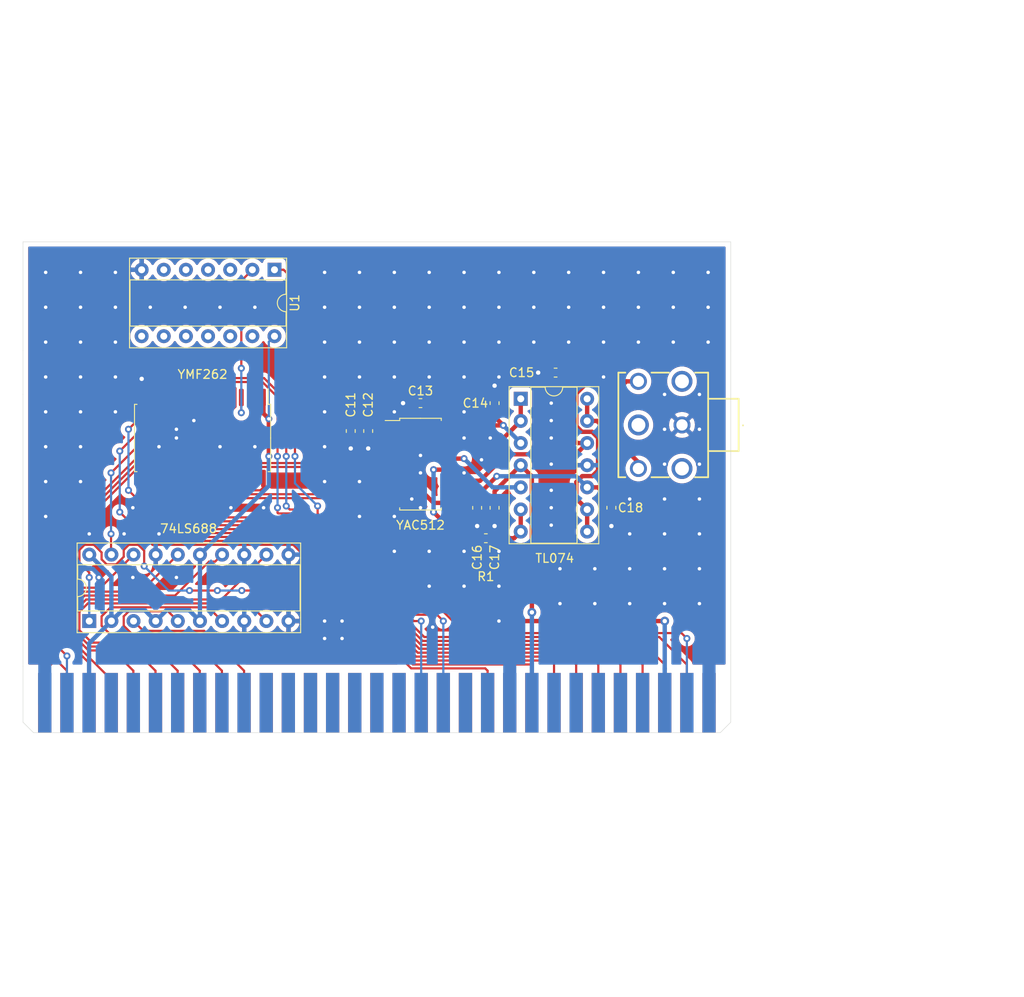
<source format=kicad_pcb>
(kicad_pcb (version 20171130) (host pcbnew "(5.1.5)-3")
  (layers (0 F.Cu signal) (31 B.Cu signal) (34 B.Paste user) (35 F.Paste user) (36 B.SilkS user) (37 F.SilkS user) (38 B.Mask user) (39 F.Mask user) (44 Edge.Cuts user))
  (net 0 "")
  (net 1 A0)
  (net 2 A1)
  (net 3 A2)
  (net 4 A3)
  (net 5 A4)
  (net 6 A5)
  (net 7 A6)
  (net 8 A7)
  (net 9 D0)
  (net 10 D1)
  (net 11 D2)
  (net 12 D3)
  (net 13 D4)
  (net 14 D5)
  (net 15 D6)
  (net 16 D7)
  (net 17 GND)
  (net 18 VCC)
  (net 19 ~IOR)
  (net 20 ~IOW)
  (net 21 OSC)
  (net 22 A8)
  (net 23 A9)
  (net 24 ~CS)
  (net 25 DACCLK)
  (net 26 DOAB)
  (net 27 SMPAC)
  (net 28 SMPBD)
  (net 29 CH2)
  (net 30 CH1)
  (net 31 VP)
  (net 32 CV)
  (net 33 AOUT)
  (net 34 MP)
  (net 35 SWIN)
  (net 36 OUT4)
  (net 37 OUT3)
  (net 38 OUT2)
  (net 39 RESET)
  (net 40 AEN)
  (net 41 NRESET)
  (module Package_DIP:DIP-14_W7.62mm_Socket (layer F.Cu) (at 128.25 70.7 270)
    (fp_text reference U1 (at 3.81 -2.33 90) (layer F.SilkS))
    (fp_text value 74LS04)
    (pad 14 thru_hole oval (at 7.62 0 270) (size 1.6 1.6) (drill 0.8) (layers *.Cu *.Mask) (net 18 VCC))
    (pad 7 thru_hole oval (at 0 15.24 270) (size 1.6 1.6) (drill 0.8) (layers *.Cu *.Mask) (net 17 GND))
    (pad 13 thru_hole oval (at 7.62 2.54 270) (size 1.6 1.6) (drill 0.8) (layers *.Cu *.Mask))
    (pad 6 thru_hole oval (at 0 12.7 270) (size 1.6 1.6) (drill 0.8) (layers *.Cu *.Mask))
    (pad 12 thru_hole oval (at 7.62 5.08 270) (size 1.6 1.6) (drill 0.8) (layers *.Cu *.Mask))
    (pad 5 thru_hole oval (at 0 10.16 270) (size 1.6 1.6) (drill 0.8) (layers *.Cu *.Mask))
    (pad 11 thru_hole oval (at 7.62 7.62 270) (size 1.6 1.6) (drill 0.8) (layers *.Cu *.Mask))
    (pad 4 thru_hole oval (at 0 7.62 270) (size 1.6 1.6) (drill 0.8) (layers *.Cu *.Mask))
    (pad 10 thru_hole oval (at 7.62 10.16 270) (size 1.6 1.6) (drill 0.8) (layers *.Cu *.Mask))
    (pad 3 thru_hole oval (at 0 5.08 270) (size 1.6 1.6) (drill 0.8) (layers *.Cu *.Mask))
    (pad 9 thru_hole oval (at 7.62 12.7 270) (size 1.6 1.6) (drill 0.8) (layers *.Cu *.Mask))
    (pad 2 thru_hole oval (at 0 2.54 270) (size 1.6 1.6) (drill 0.8) (layers *.Cu *.Mask) (net 41 NRESET))
    (pad 8 thru_hole oval (at 7.62 15.24 270) (size 1.6 1.6) (drill 0.8) (layers *.Cu *.Mask))
    (pad 1 thru_hole rect (at 0 0 270) (size 1.6 1.6) (drill 0.8) (layers *.Cu *.Mask) (net 39 RESET))
  )
  (module Package_DIP:DIP-20_W7.62mm_Socket (layer F.Cu) (at 107 111 90)
    (fp_text reference 74LS688 (at 10.6 11.4 180) (layer F.SilkS))
    (fp_text value 74LS688)
    (pad 20 thru_hole oval (at 7.62 0 90) (size 1.6 1.6) (drill 0.8) (layers *.Cu *.Mask) (net 18 VCC))
    (pad 10 thru_hole oval (at 0 22.86 90) (size 1.6 1.6) (drill 0.8) (layers *.Cu *.Mask) (net 17 GND))
    (pad 19 thru_hole oval (at 7.62 2.54 90) (size 1.6 1.6) (drill 0.8) (layers *.Cu *.Mask) (net 24 ~CS))
    (pad 9 thru_hole oval (at 0 20.32 90) (size 1.6 1.6) (drill 0.8) (layers *.Cu *.Mask) (net 7 A6))
    (pad 18 thru_hole oval (at 7.62 5.08 90) (size 1.6 1.6) (drill 0.8) (layers *.Cu *.Mask) (net 3 A2))
    (pad 8 thru_hole oval (at 0 17.78 90) (size 1.6 1.6) (drill 0.8) (layers *.Cu *.Mask) (net 17 GND))
    (pad 17 thru_hole oval (at 7.62 7.62 90) (size 1.6 1.6) (drill 0.8) (layers *.Cu *.Mask) (net 17 GND))
    (pad 7 thru_hole oval (at 0 15.24 90) (size 1.6 1.6) (drill 0.8) (layers *.Cu *.Mask) (net 8 A7))
    (pad 16 thru_hole oval (at 7.62 10.16 90) (size 1.6 1.6) (drill 0.8) (layers *.Cu *.Mask) (net 4 A3))
    (pad 6 thru_hole oval (at 0 12.7 90) (size 1.6 1.6) (drill 0.8) (layers *.Cu *.Mask) (net 18 VCC))
    (pad 15 thru_hole oval (at 7.62 12.7 90) (size 1.6 1.6) (drill 0.8) (layers *.Cu *.Mask) (net 18 VCC))
    (pad 5 thru_hole oval (at 0 10.16 90) (size 1.6 1.6) (drill 0.8) (layers *.Cu *.Mask) (net 22 A8))
    (pad 14 thru_hole oval (at 7.62 15.24 90) (size 1.6 1.6) (drill 0.8) (layers *.Cu *.Mask) (net 5 A4))
    (pad 4 thru_hole oval (at 0 7.62 90) (size 1.6 1.6) (drill 0.8) (layers *.Cu *.Mask) (net 18 VCC))
    (pad 13 thru_hole oval (at 7.62 17.78 90) (size 1.6 1.6) (drill 0.8) (layers *.Cu *.Mask) (net 17 GND))
    (pad 3 thru_hole oval (at 0 5.08 90) (size 1.6 1.6) (drill 0.8) (layers *.Cu *.Mask) (net 23 A9))
    (pad 12 thru_hole oval (at 7.62 20.32 90) (size 1.6 1.6) (drill 0.8) (layers *.Cu *.Mask) (net 6 A5))
    (pad 2 thru_hole oval (at 0 2.54 90) (size 1.6 1.6) (drill 0.8) (layers *.Cu *.Mask) (net 18 VCC))
    (pad 11 thru_hole oval (at 7.62 22.86 90) (size 1.6 1.6) (drill 0.8) (layers *.Cu *.Mask) (net 17 GND))
    (pad 1 thru_hole rect (at 0 0 90) (size 1.6 1.6) (drill 0.8) (layers *.Cu *.Mask) (net 40 AEN))
  )
  (module SamacSys_Parts:STX31003N (layer F.Cu) (at 175 88.5 180)
    (fp_text reference J3 hide)
    (fp_text value Conn_02x03_Counter_Clockwise hide)
    (pad MH3 thru_hole circle (at 5 0 180) (size 2.4 2.4) (drill 1.6) (layers *.Cu *.Mask))
    (pad MH2 thru_hole circle (at 0 5 180) (size 2.4 2.4) (drill 1.6) (layers *.Cu *.Mask))
    (pad MH1 thru_hole circle (at 0 -5 180) (size 2.4 2.4) (drill 1.6) (layers *.Cu *.Mask))
    (pad 5 thru_hole circle (at 5 -5 180) (size 1.95 1.95) (drill 1.3) (layers *.Cu *.Mask) (net 36 OUT4))
    (pad 2 thru_hole circle (at 5 5 180) (size 1.95 1.95) (drill 1.3) (layers *.Cu *.Mask) (net 37 OUT3))
    (pad 1 thru_hole circle (at 0 0 180) (size 1.95 1.95) (drill 1.3) (layers *.Cu *.Mask) (net 17 GND))
  )
  (module Package_DIP:DIP-14_W7.62mm_Socket (layer F.Cu) (at 156.5 85.5)
    (fp_text reference TL074 (at 3.9 18.3) (layer F.SilkS))
    (fp_text value Conn_02x07_Counter_Clockwise)
    (pad 14 thru_hole oval (at 7.62 0) (size 1.6 1.6) (drill 0.8) (layers *.Cu *.Mask) (net 36 OUT4))
    (pad 7 thru_hole oval (at 0 15.24) (size 1.6 1.6) (drill 0.8) (layers *.Cu *.Mask) (net 38 OUT2))
    (pad 13 thru_hole oval (at 7.62 2.54) (size 1.6 1.6) (drill 0.8) (layers *.Cu *.Mask) (net 36 OUT4))
    (pad 6 thru_hole oval (at 0 12.7) (size 1.6 1.6) (drill 0.8) (layers *.Cu *.Mask) (net 38 OUT2))
    (pad 12 thru_hole oval (at 7.62 5.08) (size 1.6 1.6) (drill 0.8) (layers *.Cu *.Mask) (net 29 CH2))
    (pad 5 thru_hole oval (at 0 10.16) (size 1.6 1.6) (drill 0.8) (layers *.Cu *.Mask) (net 33 AOUT))
    (pad 11 thru_hole oval (at 7.62 7.62) (size 1.6 1.6) (drill 0.8) (layers *.Cu *.Mask) (net 17 GND))
    (pad 4 thru_hole oval (at 0 7.62) (size 1.6 1.6) (drill 0.8) (layers *.Cu *.Mask) (net 31 VP))
    (pad 10 thru_hole oval (at 7.62 10.16) (size 1.6 1.6) (drill 0.8) (layers *.Cu *.Mask) (net 30 CH1))
    (pad 3 thru_hole oval (at 0 5.08) (size 1.6 1.6) (drill 0.8) (layers *.Cu *.Mask) (net 32 CV))
    (pad 9 thru_hole oval (at 7.62 12.7) (size 1.6 1.6) (drill 0.8) (layers *.Cu *.Mask) (net 37 OUT3))
    (pad 2 thru_hole oval (at 0 2.54) (size 1.6 1.6) (drill 0.8) (layers *.Cu *.Mask) (net 34 MP))
    (pad 8 thru_hole oval (at 7.62 15.24) (size 1.6 1.6) (drill 0.8) (layers *.Cu *.Mask) (net 37 OUT3))
    (pad 1 thru_hole rect (at 0 0) (size 1.6 1.6) (drill 0.8) (layers *.Cu *.Mask) (net 34 MP))
  )
  (module Package_SO:SOP-24_7.5x15.4mm_P1.27mm (layer F.Cu) (at 120 90 270)
    (fp_text reference YMF262 (at -7.3 0 180) (layer F.SilkS))
    (fp_text value Conn_02x12_Counter_Clockwise)
    (pad 24 smd roundrect (at 4.65 -6.985 270) (size 2 0.55) (layers F.Cu F.Paste F.Mask) (net 21 OSC))
    (pad 23 smd roundrect (at 4.65 -5.715 270) (size 2 0.55) (layers F.Cu F.Paste F.Mask) (net 25 DACCLK))
    (pad 22 smd roundrect (at 4.65 -4.445 270) (size 2 0.55) (layers F.Cu F.Paste F.Mask))
    (pad 21 smd roundrect (at 4.65 -3.175 270) (size 2 0.55) (layers F.Cu F.Paste F.Mask) (net 26 DOAB))
    (pad 20 smd roundrect (at 4.65 -1.905 270) (size 2 0.55) (layers F.Cu F.Paste F.Mask) (net 27 SMPAC))
    (pad 19 smd roundrect (at 4.65 -0.635 270) (size 2 0.55) (layers F.Cu F.Paste F.Mask) (net 28 SMPBD))
    (pad 18 smd roundrect (at 4.65 0.635 270) (size 2 0.55) (layers F.Cu F.Paste F.Mask) (net 16 D7))
    (pad 17 smd roundrect (at 4.65 1.905 270) (size 2 0.55) (layers F.Cu F.Paste F.Mask) (net 15 D6))
    (pad 16 smd roundrect (at 4.65 3.175 270) (size 2 0.55) (layers F.Cu F.Paste F.Mask) (net 14 D5))
    (pad 15 smd roundrect (at 4.65 4.445 270) (size 2 0.55) (layers F.Cu F.Paste F.Mask) (net 13 D4))
    (pad 14 smd roundrect (at 4.65 5.715 270) (size 2 0.55) (layers F.Cu F.Paste F.Mask) (net 12 D3))
    (pad 13 smd roundrect (at 4.65 6.985 270) (size 2 0.55) (layers F.Cu F.Paste F.Mask) (net 11 D2))
    (pad 12 smd roundrect (at -4.65 6.985 270) (size 2 0.55) (layers F.Cu F.Paste F.Mask) (net 17 GND))
    (pad 11 smd roundrect (at -4.65 5.715 270) (size 2 0.55) (layers F.Cu F.Paste F.Mask) (net 10 D1))
    (pad 10 smd roundrect (at -4.65 4.445 270) (size 2 0.55) (layers F.Cu F.Paste F.Mask) (net 9 D0))
    (pad 9 smd roundrect (at -4.65 3.175 270) (size 2 0.55) (layers F.Cu F.Paste F.Mask))
    (pad 8 smd roundrect (at -4.65 1.905 270) (size 2 0.55) (layers F.Cu F.Paste F.Mask) (net 24 ~CS))
    (pad 7 smd roundrect (at -4.65 0.635 270) (size 2 0.55) (layers F.Cu F.Paste F.Mask) (net 19 ~IOR))
    (pad 6 smd roundrect (at -4.65 -0.635 270) (size 2 0.55) (layers F.Cu F.Paste F.Mask) (net 20 ~IOW))
    (pad 5 smd roundrect (at -4.65 -1.905 270) (size 2 0.55) (layers F.Cu F.Paste F.Mask) (net 2 A1))
    (pad 4 smd roundrect (at -4.65 -3.175 270) (size 2 0.55) (layers F.Cu F.Paste F.Mask) (net 1 A0))
    (pad 3 smd roundrect (at -4.65 -4.445 270) (size 2 0.55) (layers F.Cu F.Paste F.Mask) (net 41 NRESET))
    (pad 2 smd roundrect (at -4.65 -5.715 270) (size 2 0.55) (layers F.Cu F.Paste F.Mask))
    (pad 1 smd roundrect (at -4.65 -6.985 270) (size 2 0.55) (layers F.Cu F.Paste F.Mask) (net 18 VCC))
  )
  (module Capacitor_SMD:C_0603_1608Metric (layer F.Cu) (at 139 89.2 90)
    (fp_text reference C12 (at 3 0 90) (layer F.SilkS))
    (fp_text value 100nF)
    (pad 2 smd roundrect (at 0.7875 0 90) (size 0.875 0.95) (layers F.Cu F.Paste F.Mask) (net 18 VCC))
    (pad 1 smd roundrect (at -0.7875 0 90) (size 0.875 0.95) (layers F.Cu F.Paste F.Mask) (net 17 GND))
  )
  (module Capacitor_SMD:C_0603_1608Metric (layer F.Cu) (at 137 89.2 90)
    (fp_text reference C11 (at 3 0 90) (layer F.SilkS))
    (fp_text value 10uF)
    (pad 2 smd roundrect (at 0.7875 0 90) (size 0.875 0.95) (layers F.Cu F.Paste F.Mask) (net 18 VCC))
    (pad 1 smd roundrect (at -0.7875 0 90) (size 0.875 0.95) (layers F.Cu F.Paste F.Mask) (net 17 GND))
  )
  (module Capacitor_SMD:C_0603_1608Metric (layer F.Cu) (at 151.5 98.01 90)
    (fp_text reference C16 (at -5.69 0 90) (layer F.SilkS))
    (fp_text value 10uF)
    (pad 2 smd roundrect (at 0.7875 0 90) (size 0.875 0.95) (layers F.Cu F.Paste F.Mask) (net 31 VP))
    (pad 1 smd roundrect (at -0.7875 0 90) (size 0.875 0.95) (layers F.Cu F.Paste F.Mask) (net 17 GND))
  )
  (module Package_SO:SOP-16_4.55x10.3mm_P1.27mm (layer F.Cu) (at 145 93)
    (fp_text reference YAC512 (at 0 7) (layer F.SilkS))
    (fp_text value Conn_02x08_Counter_Clockwise)
    (pad 16 smd roundrect (at 3.25 -4.445) (size 1.6 0.6) (layers F.Cu F.Paste F.Mask) (net 32 CV))
    (pad 15 smd roundrect (at 3.25 -3.175) (size 1.6 0.6) (layers F.Cu F.Paste F.Mask))
    (pad 14 smd roundrect (at 3.25 -1.905) (size 1.6 0.6) (layers F.Cu F.Paste F.Mask) (net 34 MP))
    (pad 13 smd roundrect (at 3.25 -0.635) (size 1.6 0.6) (layers F.Cu F.Paste F.Mask) (net 33 AOUT))
    (pad 12 smd roundrect (at 3.25 0.635) (size 1.6 0.6) (layers F.Cu F.Paste F.Mask) (net 35 SWIN))
    (pad 11 smd roundrect (at 3.25 1.905) (size 1.6 0.6) (layers F.Cu F.Paste F.Mask) (net 29 CH2))
    (pad 10 smd roundrect (at 3.25 3.175) (size 1.6 0.6) (layers F.Cu F.Paste F.Mask) (net 30 CH1))
    (pad 9 smd roundrect (at 3.25 4.445) (size 1.6 0.6) (layers F.Cu F.Paste F.Mask) (net 18 VCC))
    (pad 8 smd roundrect (at -3.25 4.445) (size 1.6 0.6) (layers F.Cu F.Paste F.Mask) (net 28 SMPBD))
    (pad 7 smd roundrect (at -3.25 3.175) (size 1.6 0.6) (layers F.Cu F.Paste F.Mask) (net 27 SMPAC))
    (pad 6 smd roundrect (at -3.25 1.905) (size 1.6 0.6) (layers F.Cu F.Paste F.Mask) (net 18 VCC))
    (pad 5 smd roundrect (at -3.25 0.635) (size 1.6 0.6) (layers F.Cu F.Paste F.Mask) (net 25 DACCLK))
    (pad 4 smd roundrect (at -3.25 -0.635) (size 1.6 0.6) (layers F.Cu F.Paste F.Mask) (net 26 DOAB))
    (pad 3 smd roundrect (at -3.25 -1.905) (size 1.6 0.6) (layers F.Cu F.Paste F.Mask) (net 18 VCC))
    (pad 2 smd roundrect (at -3.25 -3.175) (size 1.6 0.6) (layers F.Cu F.Paste F.Mask) (net 17 GND))
    (pad 1 smd roundrect (at -3.25 -4.445) (size 1.6 0.6) (layers F.Cu F.Paste F.Mask) (net 18 VCC))
  )
  (module Capacitor_SMD:C_0603_1608Metric (layer F.Cu) (at 153.5 98.01 90)
    (fp_text reference C17 (at -5.69 0 90) (layer F.SilkS))
    (fp_text value 100nF)
    (pad 2 smd roundrect (at 0.7875 0 90) (size 0.875 0.95) (layers F.Cu F.Paste F.Mask) (net 31 VP))
    (pad 1 smd roundrect (at -0.7875 0 90) (size 0.875 0.95) (layers F.Cu F.Paste F.Mask) (net 17 GND))
  )
  (module Capacitor_SMD:C_0603_1608Metric (layer F.Cu) (at 145 86 180)
    (fp_text reference C13 (at 0 1.4 180) (layer F.SilkS))
    (fp_text value 68pF)
    (pad 2 smd roundrect (at 0.7875 0 180) (size 0.875 0.95) (layers F.Cu F.Paste F.Mask) (net 17 GND))
    (pad 1 smd roundrect (at -0.7875 0 180) (size 0.875 0.95) (layers F.Cu F.Paste F.Mask) (net 33 AOUT))
  )
  (module Resistor_SMD:R_0603_1608Metric (layer F.Cu) (at 152.5 101.5)
    (fp_text reference R1 (at 0 4.4) (layer F.SilkS))
    (fp_text value 33)
    (pad 2 smd roundrect (at 0.7875 0) (size 0.875 0.95) (layers F.Cu F.Paste F.Mask) (net 38 OUT2))
    (pad 1 smd roundrect (at -0.7875 0) (size 0.875 0.95) (layers F.Cu F.Paste F.Mask) (net 35 SWIN))
  )
  (module Capacitor_SMD:C_0603_1608Metric (layer F.Cu) (at 153.5 86 90)
    (fp_text reference C14 (at 0 -2.2) (layer F.SilkS))
    (fp_text value 10uF)
    (pad 2 smd roundrect (at 0.7875 0 90) (size 0.875 0.95) (layers F.Cu F.Paste F.Mask) (net 17 GND))
    (pad 1 smd roundrect (at -0.7875 0 90) (size 0.875 0.95) (layers F.Cu F.Paste F.Mask) (net 32 CV))
  )
  (module Capacitor_SMD:C_0603_1608Metric (layer F.Cu) (at 160.5 82.5 180)
    (fp_text reference C15 (at 3.9 0 180) (layer F.SilkS))
    (fp_text value 2.7nF)
    (pad 2 smd roundrect (at 0.7875 0 180) (size 0.875 0.95) (layers F.Cu F.Paste F.Mask) (net 17 GND))
    (pad 1 smd roundrect (at -0.7875 0 180) (size 0.875 0.95) (layers F.Cu F.Paste F.Mask) (net 29 CH2))
  )
  (module Capacitor_SMD:C_0603_1608Metric (layer F.Cu) (at 166.9 98 270)
    (fp_text reference C18 (at 0 -2.2) (layer F.SilkS))
    (fp_text value 2.7nF)
    (pad 2 smd roundrect (at 0.7875 0 270) (size 0.875 0.95) (layers F.Cu F.Paste F.Mask) (net 17 GND))
    (pad 1 smd roundrect (at -0.7875 0 270) (size 0.875 0.95) (layers F.Cu F.Paste F.Mask) (net 30 CH1))
  )
  (module adlib:BUS_PC (layer F.Cu) (at 140 120)
    (fp_text reference J4 hide)
    (fp_text value Bus_ISA_8bit)
    (pad 62 connect rect (at -38.1 0.381) (size 1.524 6.858) (layers F.Cu F.Mask) (net 1 A0))
    (pad 61 connect rect (at -35.56 0.381) (size 1.524 6.858) (layers F.Cu F.Mask) (net 2 A1))
    (pad 60 connect rect (at -33.02 0.381) (size 1.524 6.858) (layers F.Cu F.Mask) (net 3 A2))
    (pad 59 connect rect (at -30.48 0.381) (size 1.524 6.858) (layers F.Cu F.Mask) (net 4 A3))
    (pad 58 connect rect (at -27.94 0.381) (size 1.524 6.858) (layers F.Cu F.Mask) (net 5 A4))
    (pad 57 connect rect (at -25.4 0.381) (size 1.524 6.858) (layers F.Cu F.Mask) (net 6 A5))
    (pad 56 connect rect (at -22.86 0.381) (size 1.524 6.858) (layers F.Cu F.Mask) (net 7 A6))
    (pad 55 connect rect (at -20.32 0.381) (size 1.524 6.858) (layers F.Cu F.Mask) (net 8 A7))
    (pad 54 connect rect (at -17.78 0.381) (size 1.524 6.858) (layers F.Cu F.Mask) (net 22 A8))
    (pad 53 connect rect (at -15.24 0.381) (size 1.524 6.858) (layers F.Cu F.Mask) (net 23 A9))
    (pad 52 connect rect (at -12.7 0.381) (size 1.524 6.858) (layers F.Cu F.Mask))
    (pad 51 connect rect (at -10.16 0.381) (size 1.524 6.858) (layers F.Cu F.Mask))
    (pad 50 connect rect (at -7.62 0.381) (size 1.524 6.858) (layers F.Cu F.Mask))
    (pad 49 connect rect (at -5.08 0.381) (size 1.524 6.858) (layers F.Cu F.Mask))
    (pad 48 connect rect (at -2.54 0.381) (size 1.524 6.858) (layers F.Cu F.Mask))
    (pad 47 connect rect (at 0 0.381) (size 1.524 6.858) (layers F.Cu F.Mask))
    (pad 46 connect rect (at 2.54 0.381) (size 1.524 6.858) (layers F.Cu F.Mask))
    (pad 45 connect rect (at 5.08 0.381) (size 1.524 6.858) (layers F.Cu F.Mask))
    (pad 44 connect rect (at 7.62 0.381) (size 1.524 6.858) (layers F.Cu F.Mask))
    (pad 43 connect rect (at 10.16 0.381) (size 1.524 6.858) (layers F.Cu F.Mask))
    (pad 42 connect rect (at 12.7 0.381) (size 1.524 6.858) (layers F.Cu F.Mask) (net 40 AEN))
    (pad 41 connect rect (at 15.24 0.381) (size 1.524 6.858) (layers F.Cu F.Mask))
    (pad 40 connect rect (at 17.78 0.381) (size 1.524 6.858) (layers F.Cu F.Mask) (net 9 D0))
    (pad 39 connect rect (at 20.32 0.381) (size 1.524 6.858) (layers F.Cu F.Mask) (net 10 D1))
    (pad 38 connect rect (at 22.86 0.381) (size 1.524 6.858) (layers F.Cu F.Mask) (net 11 D2))
    (pad 37 connect rect (at 25.4 0.381) (size 1.524 6.858) (layers F.Cu F.Mask) (net 12 D3))
    (pad 36 connect rect (at 27.94 0.381) (size 1.524 6.858) (layers F.Cu F.Mask) (net 13 D4))
    (pad 35 connect rect (at 30.48 0.381) (size 1.524 6.858) (layers F.Cu F.Mask) (net 14 D5))
    (pad 34 connect rect (at 33.02 0.381) (size 1.524 6.858) (layers F.Cu F.Mask) (net 15 D6))
    (pad 33 connect rect (at 35.56 0.381) (size 1.524 6.858) (layers F.Cu F.Mask) (net 16 D7))
    (pad 32 connect rect (at 38.1 0.381) (size 1.524 6.858) (layers F.Cu F.Mask))
    (pad 31 connect rect (at -38.1 0.381) (size 1.524 6.858) (layers B.Cu B.Mask) (net 17 GND))
    (pad 30 connect rect (at -35.56 0.381) (size 1.524 6.858) (layers B.Cu B.Mask) (net 21 OSC))
    (pad 29 connect rect (at -33.02 0.381) (size 1.524 6.858) (layers B.Cu B.Mask) (net 18 VCC))
    (pad 28 connect rect (at -30.48 0.381) (size 1.524 6.858) (layers B.Cu B.Mask))
    (pad 27 connect rect (at -27.94 0.381) (size 1.524 6.858) (layers B.Cu B.Mask))
    (pad 26 connect rect (at -25.4 0.381) (size 1.524 6.858) (layers B.Cu B.Mask))
    (pad 25 connect rect (at -22.86 0.381) (size 1.524 6.858) (layers B.Cu B.Mask))
    (pad 24 connect rect (at -20.32 0.381) (size 1.524 6.858) (layers B.Cu B.Mask))
    (pad 23 connect rect (at -17.78 0.381) (size 1.524 6.858) (layers B.Cu B.Mask))
    (pad 22 connect rect (at -15.24 0.381) (size 1.524 6.858) (layers B.Cu B.Mask))
    (pad 21 connect rect (at -12.7 0.381) (size 1.524 6.858) (layers B.Cu B.Mask))
    (pad 20 connect rect (at -10.16 0.381) (size 1.524 6.858) (layers B.Cu B.Mask))
    (pad 19 connect rect (at -7.62 0.381) (size 1.524 6.858) (layers B.Cu B.Mask))
    (pad 18 connect rect (at -5.08 0.381) (size 1.524 6.858) (layers B.Cu B.Mask))
    (pad 17 connect rect (at -2.54 0.381) (size 1.524 6.858) (layers B.Cu B.Mask))
    (pad 16 connect rect (at 0 0.381) (size 1.524 6.858) (layers B.Cu B.Mask))
    (pad 15 connect rect (at 2.54 0.381) (size 1.524 6.858) (layers B.Cu B.Mask))
    (pad 14 connect rect (at 5.08 0.381) (size 1.524 6.858) (layers B.Cu B.Mask) (net 19 ~IOR))
    (pad 13 connect rect (at 7.62 0.381) (size 1.524 6.858) (layers B.Cu B.Mask) (net 20 ~IOW))
    (pad 12 connect rect (at 10.16 0.381) (size 1.524 6.858) (layers B.Cu B.Mask))
    (pad 11 connect rect (at 12.7 0.381) (size 1.524 6.858) (layers B.Cu B.Mask))
    (pad 10 connect rect (at 15.24 0.381) (size 1.524 6.858) (layers B.Cu B.Mask) (net 17 GND))
    (pad 9 connect rect (at 17.78 0.381) (size 1.524 6.858) (layers B.Cu B.Mask) (net 31 VP))
    (pad 8 connect rect (at 20.32 0.381) (size 1.524 6.858) (layers B.Cu B.Mask))
    (pad 7 connect rect (at 22.86 0.381) (size 1.524 6.858) (layers B.Cu B.Mask))
    (pad 6 connect rect (at 25.4 0.381) (size 1.524 6.858) (layers B.Cu B.Mask))
    (pad 5 connect rect (at 27.94 0.381) (size 1.524 6.858) (layers B.Cu B.Mask))
    (pad 4 connect rect (at 30.48 0.381) (size 1.524 6.858) (layers B.Cu B.Mask))
    (pad 3 connect rect (at 33.02 0.381) (size 1.524 6.858) (layers B.Cu B.Mask) (net 18 VCC))
    (pad 2 connect rect (at 35.56 0.381) (size 1.524 6.858) (layers B.Cu B.Mask) (net 39 RESET))
    (pad 1 connect rect (at 38.1 0.381) (size 1.524 6.858) (layers B.Cu B.Mask) (net 17 GND))
  )
  (gr_line (start 99.4 67.5) (end 99.4 67.7) (layer Edge.Cuts) (width 0.05))
  (gr_line (start 180.6 67.5) (end 99.4 67.5) (layer Edge.Cuts) (width 0.05))
  (gr_line (start 180.6 80) (end 180.6 67.5) (layer Edge.Cuts) (width 0.05))
  (gr_line (start 99.4 80) (end 99.4 67.7) (layer Edge.Cuts) (width 0.05))
  (gr_line (start 180.6 80) (end 180.6 85) (layer Edge.Cuts) (width 0.05))
  (gr_line (start 99.4 85) (end 99.4 80) (layer Edge.Cuts) (width 0.05))
  (gr_line (start 99.4 85) (end 99.4 116.2) (layer Edge.Cuts) (width 0.05))
  (gr_line (start 99.4 122.6) (end 100.6 123.8) (layer Edge.Cuts) (width 0.05))
  (gr_line (start 99.4 116.2) (end 99.4 122.6) (layer Edge.Cuts) (width 0.05))
  (gr_line (start 180.6 114.9) (end 180.6 85) (layer Edge.Cuts) (width 0.05))
  (gr_line (start 179.4 123.8) (end 100.6 123.8) (layer Edge.Cuts) (width 0.05))
  (gr_line (start 180.6 122.6) (end 180.6 114.9) (layer Edge.Cuts) (width 0.05))
  (gr_line (start 179.4 123.8) (end 180.6 122.6) (layer Edge.Cuts) (width 0.05))
  (segment (start 123.175 85.35) (end 123.175 84.725) (width 0.25) (layer F.Cu) (net 1))
  (segment (start 101.9 116.702) (end 101.9 120.381) (width 0.25) (layer F.Cu) (net 1))
  (segment (start 102.724927 115.877073) (end 101.9 116.702) (width 0.25) (layer F.Cu) (net 1))
  (segment (start 123.175 85.35) (end 123.175 86.35) (width 0.25) (layer F.Cu) (net 1))
  (segment (start 123.175 86.35) (end 117.100028 92.424972) (width 0.25) (layer F.Cu) (net 1))
  (segment (start 117.100028 92.424972) (end 112.31312 92.424972) (width 0.25) (layer F.Cu) (net 1))
  (segment (start 112.31312 92.424972) (end 102.724928 102.013164) (width 0.25) (layer F.Cu) (net 1))
  (segment (start 102.724928 102.013164) (end 102.724927 115.877073) (width 0.25) (layer F.Cu) (net 1))
  (segment (start 103.174937 102.199565) (end 103.174936 115.436936) (width 0.25) (layer F.Cu) (net 2))
  (segment (start 103.174936 115.436936) (end 104.44 116.702) (width 0.25) (layer F.Cu) (net 2))
  (segment (start 112.499521 92.874981) (end 103.174937 102.199565) (width 0.25) (layer F.Cu) (net 2))
  (segment (start 123.77501 86.404078) (end 117.304108 92.87498) (width 0.25) (layer F.Cu) (net 2))
  (segment (start 104.44 116.702) (end 104.44 120.381) (width 0.25) (layer F.Cu) (net 2))
  (segment (start 121.905 85.35) (end 121.905 84.35) (width 0.25) (layer F.Cu) (net 2))
  (segment (start 117.304108 92.87498) (end 112.499521 92.874981) (width 0.25) (layer F.Cu) (net 2))
  (segment (start 122.23001 84.02499) (end 123.504078 84.02499) (width 0.25) (layer F.Cu) (net 2))
  (segment (start 123.77501 84.295922) (end 123.77501 86.404078) (width 0.25) (layer F.Cu) (net 2))
  (segment (start 121.905 84.35) (end 122.23001 84.02499) (width 0.25) (layer F.Cu) (net 2))
  (segment (start 123.504078 84.02499) (end 123.77501 84.295922) (width 0.25) (layer F.Cu) (net 2))
  (segment (start 108.285059 107.174941) (end 112.08 103.38) (width 0.25) (layer F.Cu) (net 3))
  (segment (start 106.98 120.381) (end 106.98 115.81041) (width 0.25) (layer F.Cu) (net 3))
  (segment (start 104.074956 112.905365) (end 104.074956 109.194402) (width 0.25) (layer F.Cu) (net 3))
  (segment (start 106.98 115.81041) (end 104.074956 112.905365) (width 0.25) (layer F.Cu) (net 3))
  (segment (start 104.074956 109.194402) (end 106.094417 107.174941) (width 0.25) (layer F.Cu) (net 3))
  (segment (start 106.094417 107.174941) (end 108.285059 107.174941) (width 0.25) (layer F.Cu) (net 3))
  (segment (start 104.524972 109.380796) (end 106.280817 107.624951) (width 0.25) (layer F.Cu) (net 4))
  (segment (start 109.52 120.381) (end 109.52 117.714) (width 0.25) (layer F.Cu) (net 4))
  (segment (start 104.524972 112.718972) (end 104.524972 109.380796) (width 0.25) (layer F.Cu) (net 4))
  (segment (start 109.52 117.714) (end 104.524972 112.718972) (width 0.25) (layer F.Cu) (net 4))
  (segment (start 112.915049 107.624951) (end 117.16 103.38) (width 0.25) (layer F.Cu) (net 4))
  (segment (start 106.280817 107.624951) (end 112.915049 107.624951) (width 0.25) (layer F.Cu) (net 4))
  (segment (start 104.974981 109.567197) (end 106.467217 108.074961) (width 0.25) (layer F.Cu) (net 5))
  (segment (start 112.06 116.702) (end 109.73305 114.37505) (width 0.25) (layer F.Cu) (net 5))
  (segment (start 112.06 120.381) (end 112.06 116.702) (width 0.25) (layer F.Cu) (net 5))
  (segment (start 106.917227 114.375049) (end 104.97498 112.4328) (width 0.25) (layer F.Cu) (net 5))
  (segment (start 109.73305 114.37505) (end 106.917227 114.375049) (width 0.25) (layer F.Cu) (net 5))
  (segment (start 104.97498 112.4328) (end 104.974981 109.567197) (width 0.25) (layer F.Cu) (net 5))
  (segment (start 121.440001 104.179999) (end 122.24 103.38) (width 0.25) (layer F.Cu) (net 5))
  (segment (start 120.746999 104.179999) (end 121.440001 104.179999) (width 0.25) (layer F.Cu) (net 5))
  (segment (start 116.852037 108.074961) (end 120.746999 104.179999) (width 0.25) (layer F.Cu) (net 5))
  (segment (start 106.467217 108.074961) (end 116.852037 108.074961) (width 0.25) (layer F.Cu) (net 5))
  (segment (start 122.175029 108.524971) (end 127.32 103.38) (width 0.25) (layer F.Cu) (net 6))
  (segment (start 105.42499 109.753598) (end 106.653617 108.524971) (width 0.25) (layer F.Cu) (net 6))
  (segment (start 106.653617 108.524971) (end 122.175029 108.524971) (width 0.25) (layer F.Cu) (net 6))
  (segment (start 114.6 116.702) (end 111.823041 113.925041) (width 0.25) (layer F.Cu) (net 6))
  (segment (start 114.6 120.381) (end 114.6 116.702) (width 0.25) (layer F.Cu) (net 6))
  (segment (start 111.823041 113.925041) (end 107.103628 113.92504) (width 0.25) (layer F.Cu) (net 6))
  (segment (start 105.42499 112.246403) (end 105.42499 109.753598) (width 0.25) (layer F.Cu) (net 6))
  (segment (start 107.103628 113.92504) (end 105.42499 112.246403) (width 0.25) (layer F.Cu) (net 6))
  (segment (start 125.294981 108.974981) (end 126.520001 110.200001) (width 0.25) (layer F.Cu) (net 7))
  (segment (start 105.874999 112.060001) (end 105.874999 109.939999) (width 0.25) (layer F.Cu) (net 7))
  (segment (start 107.290029 113.475031) (end 105.874999 112.060001) (width 0.25) (layer F.Cu) (net 7))
  (segment (start 126.520001 110.200001) (end 127.32 111) (width 0.25) (layer F.Cu) (net 7))
  (segment (start 113.913031 113.475031) (end 107.290029 113.475031) (width 0.25) (layer F.Cu) (net 7))
  (segment (start 117.14 116.702) (end 113.913031 113.475031) (width 0.25) (layer F.Cu) (net 7))
  (segment (start 106.840017 108.974981) (end 125.294981 108.974981) (width 0.25) (layer F.Cu) (net 7))
  (segment (start 117.14 120.381) (end 117.14 116.702) (width 0.25) (layer F.Cu) (net 7))
  (segment (start 105.874999 109.939999) (end 106.840017 108.974981) (width 0.25) (layer F.Cu) (net 7))
  (segment (start 121.440001 110.200001) (end 122.24 111) (width 0.25) (layer F.Cu) (net 8))
  (segment (start 108.414999 110.459999) (end 109.450008 109.42499) (width 0.25) (layer F.Cu) (net 8))
  (segment (start 108.414999 111.540001) (end 108.414999 110.459999) (width 0.25) (layer F.Cu) (net 8))
  (segment (start 109.900019 113.025021) (end 108.414999 111.540001) (width 0.25) (layer F.Cu) (net 8))
  (segment (start 116.003021 113.025021) (end 109.900019 113.025021) (width 0.25) (layer F.Cu) (net 8))
  (segment (start 120.66499 109.42499) (end 121.440001 110.200001) (width 0.25) (layer F.Cu) (net 8))
  (segment (start 109.450008 109.42499) (end 120.66499 109.42499) (width 0.25) (layer F.Cu) (net 8))
  (segment (start 119.68 116.702) (end 116.003021 113.025021) (width 0.25) (layer F.Cu) (net 8))
  (segment (start 119.68 120.381) (end 119.68 116.702) (width 0.25) (layer F.Cu) (net 8))
  (via (at 110.5 98.5) (size 0.8) (drill 0.4) (layers F.Cu B.Cu) (net 9))
  (via (at 110.5 91.5) (size 0.8) (drill 0.4) (layers F.Cu B.Cu) (net 9))
  (segment (start 110.5 91.5) (end 110.5 98.5) (width 0.25) (layer B.Cu) (net 9))
  (segment (start 115.555 86.445) (end 115.555 85.35) (width 0.25) (layer F.Cu) (net 9))
  (segment (start 110.5 91.5) (end 115.555 86.445) (width 0.25) (layer F.Cu) (net 9))
  (segment (start 114.254999 102.254999) (end 110.5 98.5) (width 0.25) (layer F.Cu) (net 9))
  (segment (start 130.400001 102.254999) (end 114.254999 102.254999) (width 0.25) (layer F.Cu) (net 9))
  (segment (start 157.78 120) (end 157.78 115.98) (width 0.25) (layer F.Cu) (net 9))
  (segment (start 144.125002 115.98) (end 130.400001 102.254999) (width 0.25) (layer F.Cu) (net 9))
  (segment (start 157.78 115.98) (end 144.125002 115.98) (width 0.25) (layer F.Cu) (net 9))
  (via (at 111.5 89) (size 0.8) (drill 0.4) (layers F.Cu B.Cu) (net 10))
  (via (at 111.5 96) (size 0.8) (drill 0.4) (layers F.Cu B.Cu) (net 10))
  (segment (start 114.285 86.215) (end 114.285 85.35) (width 0.25) (layer F.Cu) (net 10))
  (segment (start 111.5 89) (end 114.285 86.215) (width 0.25) (layer F.Cu) (net 10))
  (segment (start 111.5 96) (end 111.5 89) (width 0.25) (layer B.Cu) (net 10))
  (segment (start 160.32 115.92) (end 159.92999 115.52999) (width 0.25) (layer F.Cu) (net 10))
  (segment (start 160.32 120) (end 160.32 115.92) (width 0.25) (layer F.Cu) (net 10))
  (segment (start 117.304989 101.804989) (end 111.5 96) (width 0.25) (layer F.Cu) (net 10))
  (segment (start 159.92999 115.52999) (end 144.311402 115.52999) (width 0.25) (layer F.Cu) (net 10))
  (segment (start 130.586402 101.80499) (end 117.304989 101.804989) (width 0.25) (layer F.Cu) (net 10))
  (segment (start 144.311402 115.52999) (end 130.586402 101.80499) (width 0.25) (layer F.Cu) (net 10))
  (segment (start 118.71998 101.35498) (end 113.015 95.65) (width 0.25) (layer F.Cu) (net 11))
  (segment (start 113.015 95.65) (end 113.015 94.65) (width 0.25) (layer F.Cu) (net 11))
  (segment (start 162.86 120) (end 162.86 116) (width 0.25) (layer F.Cu) (net 11))
  (segment (start 162.86 116) (end 161.93998 115.07998) (width 0.25) (layer F.Cu) (net 11))
  (segment (start 161.93998 115.07998) (end 144.497802 115.07998) (width 0.25) (layer F.Cu) (net 11))
  (segment (start 144.497802 115.07998) (end 130.772803 101.354981) (width 0.25) (layer F.Cu) (net 11))
  (segment (start 130.772803 101.354981) (end 118.71998 101.35498) (width 0.25) (layer F.Cu) (net 11))
  (segment (start 114.285 95.65) (end 114.285 94.65) (width 0.25) (layer F.Cu) (net 12))
  (segment (start 119.539971 100.904971) (end 114.285 95.65) (width 0.25) (layer F.Cu) (net 12))
  (segment (start 165.4 116) (end 164.02997 114.62997) (width 0.25) (layer F.Cu) (net 12))
  (segment (start 144.684202 114.62997) (end 130.959204 100.904972) (width 0.25) (layer F.Cu) (net 12))
  (segment (start 165.4 120.381) (end 165.4 116) (width 0.25) (layer F.Cu) (net 12))
  (segment (start 164.02997 114.62997) (end 144.684202 114.62997) (width 0.25) (layer F.Cu) (net 12))
  (segment (start 130.959204 100.904972) (end 119.539971 100.904971) (width 0.25) (layer F.Cu) (net 12))
  (segment (start 120.359962 100.454962) (end 115.555 95.65) (width 0.25) (layer F.Cu) (net 13))
  (segment (start 167.94 120) (end 167.94 116) (width 0.25) (layer F.Cu) (net 13))
  (segment (start 166.11996 114.17996) (end 144.870602 114.17996) (width 0.25) (layer F.Cu) (net 13))
  (segment (start 144.870602 114.17996) (end 131.145605 100.454963) (width 0.25) (layer F.Cu) (net 13))
  (segment (start 131.145605 100.454963) (end 120.359962 100.454962) (width 0.25) (layer F.Cu) (net 13))
  (segment (start 115.555 95.65) (end 115.555 94.65) (width 0.25) (layer F.Cu) (net 13))
  (segment (start 167.94 116) (end 166.11996 114.17996) (width 0.25) (layer F.Cu) (net 13))
  (segment (start 170.48 120) (end 170.48 116) (width 0.25) (layer F.Cu) (net 14))
  (segment (start 121.179953 100.004953) (end 116.825 95.65) (width 0.25) (layer F.Cu) (net 14))
  (segment (start 170.48 116) (end 168.20995 113.72995) (width 0.25) (layer F.Cu) (net 14))
  (segment (start 168.20995 113.72995) (end 145.057002 113.72995) (width 0.25) (layer F.Cu) (net 14))
  (segment (start 116.825 95.65) (end 116.825 94.65) (width 0.25) (layer F.Cu) (net 14))
  (segment (start 131.332006 100.004954) (end 121.179953 100.004953) (width 0.25) (layer F.Cu) (net 14))
  (segment (start 145.057002 113.72995) (end 131.332006 100.004954) (width 0.25) (layer F.Cu) (net 14))
  (segment (start 118.095 95.65) (end 118.095 94.65) (width 0.25) (layer F.Cu) (net 15))
  (segment (start 173.02 116) (end 170.29994 113.27994) (width 0.25) (layer F.Cu) (net 15))
  (segment (start 173.02 120) (end 173.02 116) (width 0.25) (layer F.Cu) (net 15))
  (segment (start 131.518405 99.554945) (end 121.999944 99.554944) (width 0.25) (layer F.Cu) (net 15))
  (segment (start 121.999944 99.554944) (end 118.095 95.65) (width 0.25) (layer F.Cu) (net 15))
  (segment (start 170.29994 113.27994) (end 145.243402 113.27994) (width 0.25) (layer F.Cu) (net 15))
  (segment (start 145.243402 113.27994) (end 131.518405 99.554945) (width 0.25) (layer F.Cu) (net 15))
  (segment (start 119.365 95.65) (end 119.365 94.65) (width 0.25) (layer F.Cu) (net 16))
  (segment (start 122.819935 99.104935) (end 119.365 95.65) (width 0.25) (layer F.Cu) (net 16))
  (segment (start 175.56 120) (end 175.56 116) (width 0.25) (layer F.Cu) (net 16))
  (segment (start 145.429801 112.82993) (end 131.704804 99.104936) (width 0.25) (layer F.Cu) (net 16))
  (segment (start 175.56 116) (end 172.38993 112.82993) (width 0.25) (layer F.Cu) (net 16))
  (segment (start 172.38993 112.82993) (end 145.429801 112.82993) (width 0.25) (layer F.Cu) (net 16))
  (segment (start 131.704804 99.104936) (end 122.819935 99.104935) (width 0.25) (layer F.Cu) (net 16))
  (via (at 108.1 106) (size 0.8) (drill 0.4) (layers F.Cu B.Cu) (net 17))
  (segment (start 178.1 120.381) (end 178.1 115.952) (width 1.5) (layer B.Cu) (net 17))
  (segment (start 178.1 115.952) (end 178.1 114) (width 1.5) (layer B.Cu) (net 17))
  (segment (start 101.9 120.381) (end 101.9 114) (width 1.5) (layer B.Cu) (net 17))
  (segment (start 155.24 120.381) (end 155.24 114) (width 1.5) (layer B.Cu) (net 17))
  (segment (start 141.7125 89.7875) (end 141.75 89.825) (width 0.5) (layer F.Cu) (net 17))
  (via (at 151.5 100.1) (size 1) (drill 0.5) (layers F.Cu B.Cu) (net 17))
  (via (at 153.5 100.1) (size 1) (drill 0.5) (layers F.Cu B.Cu) (net 17))
  (via (at 139 91.2) (size 1) (drill 0.5) (layers F.Cu B.Cu) (net 17))
  (via (at 137 91.2) (size 1) (drill 0.5) (layers F.Cu B.Cu) (net 17))
  (segment (start 139 89.9875) (end 141.4075 89.9875) (width 0.5) (layer F.Cu) (net 17))
  (segment (start 137 89.9875) (end 137 91.2) (width 1) (layer F.Cu) (net 17))
  (segment (start 139 89.9875) (end 139 91.2) (width 1) (layer F.Cu) (net 17))
  (segment (start 137 89.9875) (end 139 89.9875) (width 1) (layer F.Cu) (net 17))
  (via (at 113.015 83.215) (size 1) (drill 0.5) (layers F.Cu B.Cu) (net 17))
  (segment (start 113.015 85.35) (end 113.015 83.215) (width 0.5) (layer F.Cu) (net 17))
  (segment (start 153.5 98.7975) (end 153.5 100.1) (width 1) (layer F.Cu) (net 17))
  (segment (start 151.5 98.7975) (end 151.5 100.1) (width 1) (layer F.Cu) (net 17))
  (via (at 153.5 84) (size 1) (drill 0.5) (layers F.Cu B.Cu) (net 17))
  (segment (start 153.5 84) (end 153.5 85.2125) (width 1) (layer F.Cu) (net 17))
  (via (at 158.5 82.5) (size 1) (drill 0.5) (layers F.Cu B.Cu) (net 17))
  (segment (start 159.7125 82.5) (end 158.5 82.5) (width 1) (layer F.Cu) (net 17))
  (via (at 166.9 100.1) (size 1) (drill 0.5) (layers F.Cu B.Cu) (net 17))
  (segment (start 166.9 98.7875) (end 166.9 100.1) (width 1) (layer F.Cu) (net 17))
  (via (at 102 83) (size 0.8) (drill 0.4) (layers F.Cu B.Cu) (net 17))
  (via (at 102 87) (size 0.8) (drill 0.4) (layers F.Cu B.Cu) (net 17))
  (via (at 102 91) (size 0.8) (drill 0.4) (layers F.Cu B.Cu) (net 17))
  (via (at 106 91) (size 0.8) (drill 0.4) (layers F.Cu B.Cu) (net 17))
  (via (at 106 87) (size 0.8) (drill 0.4) (layers F.Cu B.Cu) (net 17))
  (via (at 106 83) (size 0.8) (drill 0.4) (layers F.Cu B.Cu) (net 17))
  (via (at 110 83) (size 0.8) (drill 0.4) (layers F.Cu B.Cu) (net 17))
  (via (at 110 87) (size 0.8) (drill 0.4) (layers F.Cu B.Cu) (net 17))
  (via (at 106 95) (size 0.8) (drill 0.4) (layers F.Cu B.Cu) (net 17))
  (via (at 102 95) (size 0.8) (drill 0.4) (layers F.Cu B.Cu) (net 17))
  (via (at 102 99) (size 0.8) (drill 0.4) (layers F.Cu B.Cu) (net 17))
  (via (at 138 95) (size 0.8) (drill 0.4) (layers F.Cu B.Cu) (net 17))
  (via (at 169 97) (size 0.8) (drill 0.4) (layers F.Cu B.Cu) (net 17))
  (via (at 173 97) (size 0.8) (drill 0.4) (layers F.Cu B.Cu) (net 17))
  (via (at 177 97) (size 0.8) (drill 0.4) (layers F.Cu B.Cu) (net 17))
  (via (at 177 101) (size 0.8) (drill 0.4) (layers F.Cu B.Cu) (net 17))
  (via (at 173 101) (size 0.8) (drill 0.4) (layers F.Cu B.Cu) (net 17))
  (via (at 169 101) (size 0.8) (drill 0.4) (layers F.Cu B.Cu) (net 17))
  (via (at 169 105) (size 0.8) (drill 0.4) (layers F.Cu B.Cu) (net 17))
  (via (at 173 105) (size 0.8) (drill 0.4) (layers F.Cu B.Cu) (net 17))
  (via (at 177 105) (size 0.8) (drill 0.4) (layers F.Cu B.Cu) (net 17))
  (via (at 177 109) (size 0.8) (drill 0.4) (layers F.Cu B.Cu) (net 17))
  (via (at 173 109) (size 0.8) (drill 0.4) (layers F.Cu B.Cu) (net 17))
  (via (at 169 109) (size 0.8) (drill 0.4) (layers F.Cu B.Cu) (net 17))
  (via (at 165 109) (size 0.8) (drill 0.4) (layers F.Cu B.Cu) (net 17))
  (via (at 165 105) (size 0.8) (drill 0.4) (layers F.Cu B.Cu) (net 17))
  (via (at 161 105) (size 0.8) (drill 0.4) (layers F.Cu B.Cu) (net 17))
  (via (at 161 109) (size 0.8) (drill 0.4) (layers F.Cu B.Cu) (net 17))
  (via (at 138 99) (size 0.8) (drill 0.4) (layers F.Cu B.Cu) (net 17))
  (via (at 142 103) (size 0.8) (drill 0.4) (layers F.Cu B.Cu) (net 17))
  (via (at 146 107) (size 0.8) (drill 0.4) (layers F.Cu B.Cu) (net 17))
  (via (at 138 83) (size 0.8) (drill 0.4) (layers F.Cu B.Cu) (net 17))
  (via (at 142 83) (size 0.8) (drill 0.4) (layers F.Cu B.Cu) (net 17))
  (via (at 146 83) (size 0.8) (drill 0.4) (layers F.Cu B.Cu) (net 17))
  (via (at 150 83) (size 0.8) (drill 0.4) (layers F.Cu B.Cu) (net 17))
  (via (at 150 87) (size 0.8) (drill 0.4) (layers F.Cu B.Cu) (net 17))
  (via (at 142 87) (size 0.8) (drill 0.4) (layers F.Cu B.Cu) (net 17))
  (via (at 154 83) (size 0.8) (drill 0.4) (layers F.Cu B.Cu) (net 17))
  (via (at 154 111) (size 0.8) (drill 0.4) (layers F.Cu B.Cu) (net 17))
  (via (at 150 107) (size 0.8) (drill 0.4) (layers F.Cu B.Cu) (net 17))
  (via (at 146 103) (size 0.8) (drill 0.4) (layers F.Cu B.Cu) (net 17))
  (via (at 142 99) (size 0.8) (drill 0.4) (layers F.Cu B.Cu) (net 17))
  (via (at 134 83) (size 0.8) (drill 0.4) (layers F.Cu B.Cu) (net 17))
  (via (at 134 87) (size 0.8) (drill 0.4) (layers F.Cu B.Cu) (net 17))
  (via (at 134 91) (size 0.8) (drill 0.4) (layers F.Cu B.Cu) (net 17))
  (via (at 134 95) (size 0.8) (drill 0.4) (layers F.Cu B.Cu) (net 17))
  (via (at 134 111) (size 0.8) (drill 0.4) (layers F.Cu B.Cu) (net 17))
  (via (at 126 91) (size 0.8) (drill 0.4) (layers F.Cu B.Cu) (net 17))
  (via (at 122 91) (size 0.8) (drill 0.4) (layers F.Cu B.Cu) (net 17))
  (via (at 154 107) (size 0.8) (drill 0.4) (layers F.Cu B.Cu) (net 17))
  (via (at 154 103) (size 0.8) (drill 0.4) (layers F.Cu B.Cu) (net 17))
  (via (at 150 103) (size 0.8) (drill 0.4) (layers F.Cu B.Cu) (net 17))
  (via (at 145 92) (size 0.8) (drill 0.4) (layers F.Cu B.Cu) (net 17))
  (via (at 145 94) (size 0.8) (drill 0.4) (layers F.Cu B.Cu) (net 17))
  (via (at 160 86) (size 0.8) (drill 0.4) (layers F.Cu B.Cu) (net 17))
  (via (at 160 88) (size 0.8) (drill 0.4) (layers F.Cu B.Cu) (net 17))
  (via (at 160 90) (size 0.8) (drill 0.4) (layers F.Cu B.Cu) (net 17))
  (via (at 160 93) (size 0.8) (drill 0.4) (layers F.Cu B.Cu) (net 17))
  (via (at 160 96) (size 0.8) (drill 0.4) (layers F.Cu B.Cu) (net 17))
  (via (at 160 98) (size 0.8) (drill 0.4) (layers F.Cu B.Cu) (net 17))
  (via (at 160 100) (size 0.8) (drill 0.4) (layers F.Cu B.Cu) (net 17))
  (via (at 173 93) (size 0.8) (drill 0.4) (layers F.Cu B.Cu) (net 17))
  (via (at 173 89) (size 0.8) (drill 0.4) (layers F.Cu B.Cu) (net 17))
  (via (at 173 85) (size 0.8) (drill 0.4) (layers F.Cu B.Cu) (net 17))
  (via (at 115 91) (size 0.8) (drill 0.4) (layers F.Cu B.Cu) (net 17))
  (via (at 117 89) (size 0.8) (drill 0.4) (layers F.Cu B.Cu) (net 17))
  (via (at 119 88) (size 0.8) (drill 0.4) (layers F.Cu B.Cu) (net 17))
  (via (at 117 90) (size 0.8) (drill 0.4) (layers F.Cu B.Cu) (net 17))
  (via (at 134 113) (size 0.8) (drill 0.4) (layers F.Cu B.Cu) (net 17))
  (via (at 136 113) (size 0.8) (drill 0.4) (layers F.Cu B.Cu) (net 17))
  (via (at 136 111) (size 0.8) (drill 0.4) (layers F.Cu B.Cu) (net 17))
  (via (at 144 97) (size 0.8) (drill 0.4) (layers F.Cu B.Cu) (net 17))
  (via (at 145 98) (size 0.8) (drill 0.4) (layers F.Cu B.Cu) (net 17))
  (via (at 150 94) (size 0.8) (drill 0.4) (layers F.Cu B.Cu) (net 17))
  (via (at 152 92.5) (size 0.8) (drill 0.4) (layers F.Cu B.Cu) (net 17))
  (via (at 150 90) (size 0.8) (drill 0.4) (layers F.Cu B.Cu) (net 17))
  (via (at 153 90) (size 0.8) (drill 0.4) (layers F.Cu B.Cu) (net 17))
  (via (at 127 98) (size 0.8) (drill 0.4) (layers F.Cu B.Cu) (net 17))
  (via (at 123.25 98) (size 0.8) (drill 0.4) (layers F.Cu B.Cu) (net 17))
  (via (at 112 98) (size 0.8) (drill 0.4) (layers F.Cu B.Cu) (net 17))
  (via (at 115 101) (size 0.8) (drill 0.4) (layers F.Cu B.Cu) (net 17))
  (via (at 111 101) (size 0.8) (drill 0.4) (layers F.Cu B.Cu) (net 17))
  (via (at 107 101) (size 0.8) (drill 0.4) (layers F.Cu B.Cu) (net 17))
  (via (at 143 86) (size 1) (drill 0.5) (layers F.Cu B.Cu) (net 17))
  (segment (start 144.2125 86) (end 143 86) (width 1) (layer F.Cu) (net 17))
  (via (at 117 106) (size 0.8) (drill 0.4) (layers F.Cu B.Cu) (net 17))
  (via (at 112 106) (size 0.8) (drill 0.4) (layers F.Cu B.Cu) (net 17))
  (segment (start 108.1 106) (end 108.1 105.7) (width 0.5) (layer B.Cu) (net 17))
  (segment (start 108.1 105.7) (end 107.4 105) (width 0.5) (layer B.Cu) (net 17))
  (segment (start 107.4 105) (end 105 105) (width 0.5) (layer B.Cu) (net 17))
  (via (at 146.4 111.7) (size 0.8) (drill 0.4) (layers F.Cu B.Cu) (net 17))
  (via (at 177 93) (size 0.8) (drill 0.4) (layers F.Cu B.Cu) (net 17))
  (via (at 177 89) (size 0.8) (drill 0.4) (layers F.Cu B.Cu) (net 17))
  (via (at 177 85) (size 0.8) (drill 0.4) (layers F.Cu B.Cu) (net 17))
  (via (at 102 79) (size 0.8) (drill 0.4) (layers F.Cu B.Cu) (net 17))
  (via (at 106 79) (size 0.8) (drill 0.4) (layers F.Cu B.Cu) (net 17))
  (via (at 110 79) (size 0.8) (drill 0.4) (layers F.Cu B.Cu) (net 17))
  (via (at 110 75) (size 0.8) (drill 0.4) (layers F.Cu B.Cu) (net 17))
  (via (at 114 75) (size 0.8) (drill 0.4) (layers F.Cu B.Cu) (net 17))
  (via (at 118 75) (size 0.8) (drill 0.4) (layers F.Cu B.Cu) (net 17))
  (via (at 106 75) (size 0.8) (drill 0.4) (layers F.Cu B.Cu) (net 17))
  (via (at 102 75) (size 0.8) (drill 0.4) (layers F.Cu B.Cu) (net 17))
  (via (at 102 71) (size 0.8) (drill 0.4) (layers F.Cu B.Cu) (net 17))
  (via (at 106 71) (size 0.8) (drill 0.4) (layers F.Cu B.Cu) (net 17))
  (via (at 110 71) (size 0.8) (drill 0.4) (layers F.Cu B.Cu) (net 17))
  (via (at 122 75) (size 0.8) (drill 0.4) (layers F.Cu B.Cu) (net 17))
  (via (at 126 75) (size 0.8) (drill 0.4) (layers F.Cu B.Cu) (net 17))
  (via (at 134 75) (size 0.8) (drill 0.4) (layers F.Cu B.Cu) (net 17))
  (via (at 134 79) (size 0.8) (drill 0.4) (layers F.Cu B.Cu) (net 17))
  (via (at 134 71) (size 0.8) (drill 0.4) (layers F.Cu B.Cu) (net 17))
  (via (at 138 71) (size 0.8) (drill 0.4) (layers F.Cu B.Cu) (net 17))
  (via (at 138 75) (size 0.8) (drill 0.4) (layers F.Cu B.Cu) (net 17))
  (via (at 138 79) (size 0.8) (drill 0.4) (layers F.Cu B.Cu) (net 17))
  (via (at 142 79) (size 0.8) (drill 0.4) (layers F.Cu B.Cu) (net 17))
  (via (at 142 75) (size 0.8) (drill 0.4) (layers F.Cu B.Cu) (net 17))
  (via (at 142 71) (size 0.8) (drill 0.4) (layers F.Cu B.Cu) (net 17))
  (via (at 146 71) (size 0.8) (drill 0.4) (layers F.Cu B.Cu) (net 17))
  (via (at 146 75) (size 0.8) (drill 0.4) (layers F.Cu B.Cu) (net 17))
  (via (at 146 79) (size 0.8) (drill 0.4) (layers F.Cu B.Cu) (net 17))
  (via (at 150 79) (size 0.8) (drill 0.4) (layers F.Cu B.Cu) (net 17))
  (via (at 150 75) (size 0.8) (drill 0.4) (layers F.Cu B.Cu) (net 17))
  (via (at 150 71) (size 0.8) (drill 0.4) (layers F.Cu B.Cu) (net 17))
  (via (at 154 79) (size 0.8) (drill 0.4) (layers F.Cu B.Cu) (net 17))
  (via (at 154 75) (size 0.8) (drill 0.4) (layers F.Cu B.Cu) (net 17))
  (via (at 154 71) (size 0.8) (drill 0.4) (layers F.Cu B.Cu) (net 17))
  (via (at 158 71) (size 0.8) (drill 0.4) (layers F.Cu B.Cu) (net 17))
  (via (at 158 75) (size 0.8) (drill 0.4) (layers F.Cu B.Cu) (net 17))
  (via (at 158 79) (size 0.8) (drill 0.4) (layers F.Cu B.Cu) (net 17))
  (via (at 162 79) (size 0.8) (drill 0.4) (layers F.Cu B.Cu) (net 17))
  (via (at 162 75) (size 0.8) (drill 0.4) (layers F.Cu B.Cu) (net 17))
  (via (at 162 71) (size 0.8) (drill 0.4) (layers F.Cu B.Cu) (net 17))
  (via (at 166 71) (size 0.8) (drill 0.4) (layers F.Cu B.Cu) (net 17))
  (via (at 166 75) (size 0.8) (drill 0.4) (layers F.Cu B.Cu) (net 17))
  (via (at 166 79) (size 0.8) (drill 0.4) (layers F.Cu B.Cu) (net 17))
  (via (at 166 83) (size 0.8) (drill 0.4) (layers F.Cu B.Cu) (net 17))
  (via (at 170 79) (size 0.8) (drill 0.4) (layers F.Cu B.Cu) (net 17))
  (via (at 170 75) (size 0.8) (drill 0.4) (layers F.Cu B.Cu) (net 17))
  (via (at 170 71) (size 0.8) (drill 0.4) (layers F.Cu B.Cu) (net 17))
  (via (at 174 79) (size 0.8) (drill 0.4) (layers F.Cu B.Cu) (net 17))
  (via (at 174 75) (size 0.8) (drill 0.4) (layers F.Cu B.Cu) (net 17))
  (via (at 174 71) (size 0.8) (drill 0.4) (layers F.Cu B.Cu) (net 17))
  (via (at 178 71) (size 0.8) (drill 0.4) (layers F.Cu B.Cu) (net 17))
  (via (at 178 75) (size 0.8) (drill 0.4) (layers F.Cu B.Cu) (net 17))
  (via (at 178 79) (size 0.8) (drill 0.4) (layers F.Cu B.Cu) (net 17))
  (segment (start 106.98 113.56) (end 109.54 111) (width 0.5) (layer B.Cu) (net 18))
  (segment (start 106.98 120.381) (end 106.98 113.56) (width 0.5) (layer B.Cu) (net 18))
  (segment (start 113.369999 109.749999) (end 113.820001 110.200001) (width 0.5) (layer B.Cu) (net 18))
  (segment (start 113.820001 110.200001) (end 114.62 111) (width 0.5) (layer B.Cu) (net 18))
  (segment (start 110.790001 109.749999) (end 113.369999 109.749999) (width 0.5) (layer B.Cu) (net 18))
  (segment (start 109.54 111) (end 110.790001 109.749999) (width 0.5) (layer B.Cu) (net 18))
  (segment (start 118.900001 110.200001) (end 119.7 111) (width 0.5) (layer B.Cu) (net 18))
  (segment (start 115.870001 109.749999) (end 118.449999 109.749999) (width 0.5) (layer B.Cu) (net 18))
  (segment (start 118.449999 109.749999) (end 118.900001 110.200001) (width 0.5) (layer B.Cu) (net 18))
  (segment (start 114.62 111) (end 115.870001 109.749999) (width 0.5) (layer B.Cu) (net 18))
  (segment (start 109.54 105.92) (end 109.54 111) (width 0.5) (layer B.Cu) (net 18))
  (segment (start 107 103.38) (end 109.54 105.92) (width 0.5) (layer B.Cu) (net 18))
  (segment (start 119.7 109.86863) (end 119.7 103.38) (width 0.5) (layer B.Cu) (net 18))
  (segment (start 119.7 111) (end 119.7 109.86863) (width 0.5) (layer B.Cu) (net 18))
  (via (at 127.6 92.1) (size 0.8) (drill 0.4) (layers F.Cu B.Cu) (net 18))
  (segment (start 127.6 95.48) (end 127.6 92.1) (width 0.5) (layer B.Cu) (net 18))
  (segment (start 119.7 103.38) (end 127.6 95.48) (width 0.5) (layer B.Cu) (net 18))
  (segment (start 146.5 97.445) (end 148.25 97.445) (width 0.5) (layer F.Cu) (net 18))
  (segment (start 141.75 94.905) (end 143.96 94.905) (width 0.5) (layer F.Cu) (net 18))
  (segment (start 143.96 94.905) (end 146.5 97.445) (width 0.5) (layer F.Cu) (net 18))
  (segment (start 143.5 93.955) (end 142.55 94.905) (width 0.5) (layer F.Cu) (net 18))
  (segment (start 141.75 88.555) (end 142.555 88.555) (width 0.25) (layer F.Cu) (net 18))
  (segment (start 142.555 88.555) (end 143.5 89.5) (width 0.5) (layer F.Cu) (net 18))
  (segment (start 143.5 89.5) (end 143.5 91.1) (width 0.5) (layer F.Cu) (net 18))
  (segment (start 143.5 91.1) (end 143.5 93.955) (width 0.5) (layer F.Cu) (net 18))
  (segment (start 143.04999 91.095) (end 143.5 91.095) (width 0.5) (layer F.Cu) (net 18))
  (segment (start 143.04999 91.095) (end 141.75 91.095) (width 0.5) (layer F.Cu) (net 18))
  (segment (start 139 88.4125) (end 141.4075 88.4125) (width 0.5) (layer F.Cu) (net 18))
  (segment (start 137 88.4125) (end 139 88.4125) (width 1) (layer F.Cu) (net 18))
  (segment (start 147.45 97.445) (end 148.25 97.445) (width 0.25) (layer F.Cu) (net 18))
  (via (at 173.02 111) (size 1) (drill 0.5) (layers F.Cu B.Cu) (net 18))
  (segment (start 142.55 94.905) (end 141.75 94.905) (width 0.5) (layer F.Cu) (net 18))
  (segment (start 143.00001 97.626012) (end 143.00001 95.35501) (width 0.5) (layer F.Cu) (net 18))
  (segment (start 143.00001 95.35501) (end 142.55 94.905) (width 0.5) (layer F.Cu) (net 18))
  (segment (start 126.985 87.185) (end 126.985 85.35) (width 0.5) (layer F.Cu) (net 18))
  (segment (start 127.6 92.1) (end 127.6 87.8) (width 0.5) (layer F.Cu) (net 18))
  (segment (start 127.6 87.8) (end 127.6 87.8) (width 0.5) (layer F.Cu) (net 18))
  (segment (start 156.373998 111) (end 143.00001 97.626012) (width 0.5) (layer F.Cu) (net 18))
  (segment (start 173.02 111) (end 156.373998 111) (width 0.5) (layer F.Cu) (net 18))
  (segment (start 173.02 116.452) (end 173.02 111) (width 0.5) (layer B.Cu) (net 18))
  (segment (start 173.02 120.381) (end 173.02 116.452) (width 0.5) (layer B.Cu) (net 18))
  (segment (start 127.6 87.8) (end 126.985 87.185) (width 0.5) (layer F.Cu) (net 18))
  (via (at 127.6 87.8) (size 0.8) (drill 0.4) (layers F.Cu B.Cu) (net 18))
  (segment (start 127.6 78.97) (end 128.25 78.32) (width 0.25) (layer B.Cu) (net 18))
  (segment (start 127.6 87.8) (end 127.6 78.97) (width 0.25) (layer B.Cu) (net 18))
  (segment (start 145.08 120.381) (end 145.08 111) (width 0.25) (layer B.Cu) (net 19))
  (segment (start 145.08 111) (end 145.08 111) (width 0.25) (layer B.Cu) (net 19))
  (via (at 145.08 111) (size 0.8) (drill 0.4) (layers F.Cu B.Cu) (net 19))
  (via (at 128.6 92.1) (size 0.8) (drill 0.4) (layers F.Cu B.Cu) (net 19))
  (via (at 128.6 98) (size 0.8) (drill 0.4) (layers F.Cu B.Cu) (net 19))
  (segment (start 128.6 97.134315) (end 128.6 92.1) (width 0.25) (layer B.Cu) (net 19))
  (segment (start 121.23501 86.404078) (end 120.964078 86.67501) (width 0.25) (layer F.Cu) (net 19))
  (segment (start 128.6 92.1) (end 128.6 85.310912) (width 0.25) (layer F.Cu) (net 19))
  (segment (start 126.864069 83.574981) (end 122.025931 83.574981) (width 0.25) (layer F.Cu) (net 19))
  (segment (start 128.6 85.310912) (end 126.864069 83.574981) (width 0.25) (layer F.Cu) (net 19))
  (segment (start 122.025931 83.574981) (end 121.23501 84.365902) (width 0.25) (layer F.Cu) (net 19))
  (segment (start 120.964078 86.67501) (end 119.69001 86.67501) (width 0.25) (layer F.Cu) (net 19))
  (segment (start 119.69001 86.67501) (end 119.365 86.35) (width 0.25) (layer F.Cu) (net 19))
  (segment (start 121.23501 84.365902) (end 121.23501 86.404078) (width 0.25) (layer F.Cu) (net 19))
  (segment (start 119.365 86.35) (end 119.365 85.35) (width 0.25) (layer F.Cu) (net 19))
  (segment (start 128.6 97.134315) (end 128.6 98) (width 0.25) (layer B.Cu) (net 19))
  (segment (start 128.689241 98.654926) (end 128.6 98.565685) (width 0.25) (layer F.Cu) (net 19))
  (segment (start 131.891206 98.654926) (end 128.689241 98.654926) (width 0.25) (layer F.Cu) (net 19))
  (segment (start 128.6 98.565685) (end 128.6 98) (width 0.25) (layer F.Cu) (net 19))
  (segment (start 144.23628 111) (end 131.891206 98.654926) (width 0.25) (layer F.Cu) (net 19))
  (segment (start 145.08 111) (end 144.23628 111) (width 0.25) (layer F.Cu) (net 19))
  (via (at 129.6 97.8) (size 0.8) (drill 0.4) (layers F.Cu B.Cu) (net 20))
  (segment (start 147.62 120.381) (end 147.62 112) (width 0.25) (layer B.Cu) (net 20))
  (segment (start 147.62 112) (end 147.62 112) (width 0.25) (layer B.Cu) (net 20))
  (via (at 147.62 111) (size 0.8) (drill 0.4) (layers F.Cu B.Cu) (net 20))
  (segment (start 147.62 112) (end 147.62 111) (width 0.25) (layer B.Cu) (net 20))
  (via (at 129.6 92.1) (size 0.8) (drill 0.4) (layers F.Cu B.Cu) (net 20))
  (segment (start 129.6 92.1) (end 129.4 92.1) (width 0.25) (layer F.Cu) (net 20))
  (segment (start 120.635 84.35) (end 120.635 85.35) (width 0.25) (layer F.Cu) (net 20))
  (segment (start 127.050469 83.124971) (end 121.83953 83.124972) (width 0.25) (layer F.Cu) (net 20))
  (segment (start 129.6 85.674502) (end 127.050469 83.124971) (width 0.25) (layer F.Cu) (net 20))
  (segment (start 129.4 92.1) (end 129.325001 92.025001) (width 0.25) (layer F.Cu) (net 20))
  (segment (start 120.635 84.329502) (end 120.635 84.35) (width 0.25) (layer F.Cu) (net 20))
  (segment (start 121.83953 83.124972) (end 120.635 84.329502) (width 0.25) (layer F.Cu) (net 20))
  (segment (start 129.6 92.1) (end 129.6 85.674502) (width 0.25) (layer F.Cu) (net 20))
  (segment (start 129.6 97.134315) (end 129.6 92.1) (width 0.25) (layer B.Cu) (net 20))
  (segment (start 129.6 97.134315) (end 129.6 97.8) (width 0.25) (layer B.Cu) (net 20))
  (segment (start 132.077606 98.204916) (end 130.004916 98.204916) (width 0.25) (layer F.Cu) (net 20))
  (segment (start 130.004916 98.204916) (end 129.6 97.8) (width 0.25) (layer F.Cu) (net 20))
  (segment (start 144.147689 110.274999) (end 132.077606 98.204916) (width 0.25) (layer F.Cu) (net 20))
  (segment (start 147.62 111) (end 146.894999 110.274999) (width 0.25) (layer F.Cu) (net 20))
  (segment (start 146.894999 110.274999) (end 144.147689 110.274999) (width 0.25) (layer F.Cu) (net 20))
  (segment (start 104.44 120.381) (end 104.44 115) (width 0.25) (layer B.Cu) (net 21))
  (segment (start 104.44 115) (end 104.44 115) (width 0.25) (layer B.Cu) (net 21))
  (via (at 104.44 115) (size 0.8) (drill 0.4) (layers F.Cu B.Cu) (net 21))
  (segment (start 103.624946 102.385966) (end 103.624946 114.184946) (width 0.25) (layer F.Cu) (net 21))
  (segment (start 112.685922 93.32499) (end 103.624946 102.385966) (width 0.25) (layer F.Cu) (net 21))
  (segment (start 103.624946 114.184946) (end 104.44 115) (width 0.25) (layer F.Cu) (net 21))
  (segment (start 122.57499 93.665902) (end 122.234078 93.32499) (width 0.25) (layer F.Cu) (net 21))
  (segment (start 126.985 95.65) (end 126.635 96) (width 0.25) (layer F.Cu) (net 21))
  (segment (start 122.57499 95.704078) (end 122.57499 93.665902) (width 0.25) (layer F.Cu) (net 21))
  (segment (start 126.985 94.65) (end 126.985 95.65) (width 0.25) (layer F.Cu) (net 21))
  (segment (start 126.635 96) (end 122.870912 96) (width 0.25) (layer F.Cu) (net 21))
  (segment (start 122.234078 93.32499) (end 112.685922 93.32499) (width 0.25) (layer F.Cu) (net 21))
  (segment (start 122.870912 96) (end 122.57499 95.704078) (width 0.25) (layer F.Cu) (net 21))
  (segment (start 116.360001 110.200001) (end 117.16 111) (width 0.25) (layer F.Cu) (net 22))
  (segment (start 111.539999 109.874999) (end 116.034999 109.874999) (width 0.25) (layer F.Cu) (net 22))
  (segment (start 110.954999 111.540001) (end 110.954999 110.459999) (width 0.25) (layer F.Cu) (net 22))
  (segment (start 110.954999 110.459999) (end 111.539999 109.874999) (width 0.25) (layer F.Cu) (net 22))
  (segment (start 111.990009 112.575011) (end 110.954999 111.540001) (width 0.25) (layer F.Cu) (net 22))
  (segment (start 118.093011 112.575011) (end 111.990009 112.575011) (width 0.25) (layer F.Cu) (net 22))
  (segment (start 122.22 116.702) (end 118.093011 112.575011) (width 0.25) (layer F.Cu) (net 22))
  (segment (start 116.034999 109.874999) (end 116.360001 110.200001) (width 0.25) (layer F.Cu) (net 22))
  (segment (start 122.22 120.381) (end 122.22 116.702) (width 0.25) (layer F.Cu) (net 22))
  (segment (start 113.205001 112.125001) (end 112.879999 111.799999) (width 0.25) (layer F.Cu) (net 23))
  (segment (start 112.879999 111.799999) (end 112.08 111) (width 0.25) (layer F.Cu) (net 23))
  (segment (start 120.183001 112.125001) (end 113.205001 112.125001) (width 0.25) (layer F.Cu) (net 23))
  (segment (start 124.76 116.702) (end 120.183001 112.125001) (width 0.25) (layer F.Cu) (net 23))
  (segment (start 124.76 120.381) (end 124.76 116.702) (width 0.25) (layer F.Cu) (net 23))
  (via (at 109.5 101) (size 0.8) (drill 0.4) (layers F.Cu B.Cu) (net 24))
  (via (at 109.5 94) (size 0.8) (drill 0.4) (layers F.Cu B.Cu) (net 24))
  (segment (start 109.5 94) (end 109.5 101) (width 0.25) (layer B.Cu) (net 24))
  (segment (start 109.5 103.34) (end 109.54 103.38) (width 0.25) (layer F.Cu) (net 24))
  (segment (start 109.5 101) (end 109.5 103.34) (width 0.25) (layer F.Cu) (net 24))
  (segment (start 109.5 94) (end 116.8 86.7) (width 0.25) (layer F.Cu) (net 24))
  (segment (start 118.095 86.35) (end 118.095 85.35) (width 0.25) (layer F.Cu) (net 24))
  (segment (start 117.745 86.7) (end 118.095 86.35) (width 0.25) (layer F.Cu) (net 24))
  (segment (start 116.8 86.7) (end 117.745 86.7) (width 0.25) (layer F.Cu) (net 24))
  (segment (start 125.715 93.65) (end 125.715 94.65) (width 0.25) (layer F.Cu) (net 25))
  (segment (start 126.04001 93.32499) (end 125.715 93.65) (width 0.25) (layer F.Cu) (net 25))
  (segment (start 141.75 93.635) (end 141.43999 93.32499) (width 0.25) (layer F.Cu) (net 25))
  (segment (start 141.43999 93.32499) (end 126.04001 93.32499) (width 0.25) (layer F.Cu) (net 25))
  (segment (start 123.175 93.65) (end 123.175 94.65) (width 0.25) (layer F.Cu) (net 26))
  (segment (start 141.25 92.87498) (end 123.95002 92.87498) (width 0.25) (layer F.Cu) (net 26))
  (segment (start 141.75 92.365) (end 141.25 92.865) (width 0.25) (layer F.Cu) (net 26))
  (segment (start 123.95002 92.87498) (end 123.175 93.65) (width 0.25) (layer F.Cu) (net 26))
  (segment (start 141.25 92.865) (end 141.25 92.87498) (width 0.25) (layer F.Cu) (net 26))
  (segment (start 121.905 94.65) (end 121.905 95.395) (width 0.5) (layer F.Cu) (net 27))
  (segment (start 121.905 95.65) (end 121.905 94.65) (width 0.25) (layer F.Cu) (net 27))
  (segment (start 141.75 96.175) (end 141.725 96.175) (width 0.25) (layer F.Cu) (net 27))
  (segment (start 141.725 96.175) (end 141.44999 96.45001) (width 0.25) (layer F.Cu) (net 27))
  (segment (start 141.44999 96.45001) (end 122.684511 96.450009) (width 0.25) (layer F.Cu) (net 27))
  (segment (start 122.684511 96.450009) (end 121.905 95.670498) (width 0.25) (layer F.Cu) (net 27))
  (segment (start 121.905 95.670498) (end 121.905 95.65) (width 0.25) (layer F.Cu) (net 27))
  (segment (start 120.635 95.65) (end 120.635 94.65) (width 0.25) (layer F.Cu) (net 28))
  (segment (start 121.885018 96.900018) (end 120.635 95.65) (width 0.25) (layer F.Cu) (net 28))
  (segment (start 141.505019 96.900019) (end 121.885018 96.900018) (width 0.25) (layer F.Cu) (net 28))
  (segment (start 141.75 97.145) (end 141.505019 96.900019) (width 0.25) (layer F.Cu) (net 28))
  (segment (start 141.75 97.445) (end 141.75 97.145) (width 0.25) (layer F.Cu) (net 28))
  (segment (start 163.320001 91.379999) (end 164.12 90.58) (width 0.5) (layer F.Cu) (net 29))
  (segment (start 162.830001 91.869999) (end 163.320001 91.379999) (width 0.5) (layer F.Cu) (net 29))
  (segment (start 154.871999 91.869999) (end 162.830001 91.869999) (width 0.5) (layer F.Cu) (net 29))
  (segment (start 151.836998 94.905) (end 154.871999 91.869999) (width 0.5) (layer F.Cu) (net 29))
  (segment (start 148.25 94.905) (end 151.836998 94.905) (width 0.5) (layer F.Cu) (net 29))
  (segment (start 162.98863 90.58) (end 164.12 90.58) (width 0.5) (layer F.Cu) (net 29))
  (segment (start 161.2875 88.87887) (end 162.98863 90.58) (width 0.5) (layer F.Cu) (net 29))
  (segment (start 161.2875 82.5) (end 161.2875 88.87887) (width 0.5) (layer F.Cu) (net 29))
  (via (at 153.75 94.39) (size 0.8) (drill 0.4) (layers F.Cu B.Cu) (net 30))
  (segment (start 162.85 94.39) (end 164.12 95.66) (width 0.5) (layer B.Cu) (net 30))
  (segment (start 153.75 94.39) (end 162.85 94.39) (width 0.5) (layer B.Cu) (net 30))
  (segment (start 151.965 96.175) (end 148.25 96.175) (width 0.5) (layer F.Cu) (net 30))
  (segment (start 153.75 94.39) (end 151.965 96.175) (width 0.5) (layer F.Cu) (net 30))
  (segment (start 165.3475 95.66) (end 166.9 97.2125) (width 0.5) (layer F.Cu) (net 30))
  (segment (start 164.12 95.66) (end 165.3475 95.66) (width 0.5) (layer F.Cu) (net 30))
  (segment (start 157.78 120.381) (end 157.78 111) (width 0.5) (layer B.Cu) (net 31))
  (segment (start 157.78 111) (end 157.78 110) (width 0.5) (layer B.Cu) (net 31))
  (via (at 157.78 110) (size 1) (drill 0.5) (layers F.Cu B.Cu) (net 31))
  (segment (start 151.5 97.2225) (end 153.5 97.2225) (width 1) (layer F.Cu) (net 31))
  (segment (start 156.4975 93.1225) (end 156.5 93.12) (width 1) (layer F.Cu) (net 31))
  (segment (start 151.5 97.2225) (end 151.5 97.553506) (width 0.25) (layer F.Cu) (net 31))
  (segment (start 157.78 94.4) (end 156.5 93.12) (width 0.5) (layer F.Cu) (net 31))
  (segment (start 157.78 110) (end 157.78 94.4) (width 0.5) (layer F.Cu) (net 31))
  (segment (start 153.5 96.12) (end 156.5 93.12) (width 0.5) (layer F.Cu) (net 31))
  (segment (start 153.5 97.2225) (end 153.5 96.12) (width 0.5) (layer F.Cu) (net 31))
  (segment (start 151.2775 97.445) (end 151.5 97.2225) (width 0.5) (layer F.Cu) (net 31))
  (via (at 154.5 88.555) (size 0.8) (drill 0.4) (layers F.Cu B.Cu) (net 32))
  (segment (start 148.25 88.555) (end 150 88.555) (width 0.5) (layer F.Cu) (net 32))
  (segment (start 150 88.555) (end 154.5 88.555) (width 0.5) (layer F.Cu) (net 32))
  (segment (start 156.5 90.555) (end 154.5 88.555) (width 0.5) (layer B.Cu) (net 32))
  (segment (start 156.5 90.58) (end 156.5 90.555) (width 0.5) (layer B.Cu) (net 32))
  (segment (start 153.5 87.555) (end 154.5 88.555) (width 0.5) (layer F.Cu) (net 32))
  (segment (start 153.5 86.7875) (end 153.5 87.555) (width 0.5) (layer F.Cu) (net 32))
  (via (at 150 92.365) (size 0.8) (drill 0.4) (layers F.Cu B.Cu) (net 33))
  (segment (start 147.45 92.365) (end 148.25 92.365) (width 0.25) (layer F.Cu) (net 33))
  (segment (start 145.7875 90.7025) (end 147.45 92.365) (width 0.5) (layer F.Cu) (net 33))
  (segment (start 145.7875 86) (end 145.7875 90.7025) (width 0.5) (layer F.Cu) (net 33))
  (segment (start 148.25 92.365) (end 150 92.365) (width 0.5) (layer F.Cu) (net 33))
  (segment (start 153.295 95.66) (end 156.5 95.66) (width 0.5) (layer B.Cu) (net 33))
  (segment (start 150 92.365) (end 153.295 95.66) (width 0.5) (layer B.Cu) (net 33))
  (segment (start 156.5 88.04) (end 156.5 85.5) (width 0.5) (layer F.Cu) (net 34))
  (segment (start 153.445 91.095) (end 156.5 88.04) (width 0.5) (layer F.Cu) (net 34))
  (segment (start 148.25 91.095) (end 153.445 91.095) (width 0.5) (layer F.Cu) (net 34))
  (via (at 146.5 93.635) (size 0.8) (drill 0.4) (layers F.Cu B.Cu) (net 35))
  (segment (start 148.25 93.635) (end 146.5 93.635) (width 0.5) (layer F.Cu) (net 35))
  (via (at 146.5 98.5) (size 0.8) (drill 0.4) (layers F.Cu B.Cu) (net 35))
  (segment (start 146.5 93.635) (end 146.5 98.5) (width 0.5) (layer B.Cu) (net 35))
  (segment (start 149.5 101.5) (end 151.7125 101.5) (width 0.5) (layer F.Cu) (net 35))
  (segment (start 146.5 98.5) (end 149.5 101.5) (width 0.5) (layer F.Cu) (net 35))
  (segment (start 169.58 93.5) (end 170 93.5) (width 0.5) (layer F.Cu) (net 36))
  (segment (start 164.12 88.04) (end 164.12 85.5) (width 0.5) (layer F.Cu) (net 36))
  (segment (start 170 92.78863) (end 170 93.5) (width 0.5) (layer F.Cu) (net 36))
  (segment (start 165.25137 88.04) (end 170 92.78863) (width 0.5) (layer F.Cu) (net 36))
  (segment (start 164.12 88.04) (end 165.25137 88.04) (width 0.5) (layer F.Cu) (net 36))
  (segment (start 164.12 100.74) (end 164.12 98.2) (width 0.5) (layer F.Cu) (net 37))
  (segment (start 168.621142 83.5) (end 170 83.5) (width 0.5) (layer F.Cu) (net 37))
  (segment (start 163.919997 83.850001) (end 168.271141 83.850001) (width 0.5) (layer F.Cu) (net 37))
  (segment (start 168.271141 83.850001) (end 168.621142 83.5) (width 0.5) (layer F.Cu) (net 37))
  (segment (start 162.869999 88.640001) (end 162.869999 84.899999) (width 0.5) (layer F.Cu) (net 37))
  (segment (start 163.519999 89.290001) (end 162.869999 88.640001) (width 0.5) (layer F.Cu) (net 37))
  (segment (start 164.680003 89.290001) (end 163.519999 89.290001) (width 0.5) (layer F.Cu) (net 37))
  (segment (start 165.370001 89.979999) (end 164.680003 89.290001) (width 0.5) (layer F.Cu) (net 37))
  (segment (start 165.370001 93.720001) (end 165.370001 89.979999) (width 0.5) (layer F.Cu) (net 37))
  (segment (start 164.720001 94.370001) (end 165.370001 93.720001) (width 0.5) (layer F.Cu) (net 37))
  (segment (start 162.869999 84.899999) (end 163.919997 83.850001) (width 0.5) (layer F.Cu) (net 37))
  (segment (start 163.559997 94.370001) (end 164.720001 94.370001) (width 0.5) (layer F.Cu) (net 37))
  (segment (start 162.869999 95.059999) (end 163.559997 94.370001) (width 0.5) (layer F.Cu) (net 37))
  (segment (start 162.869999 96.949999) (end 162.869999 95.059999) (width 0.5) (layer F.Cu) (net 37))
  (segment (start 164.12 98.2) (end 162.869999 96.949999) (width 0.5) (layer F.Cu) (net 37))
  (segment (start 156.5 100.74) (end 156.5 98.2) (width 0.5) (layer F.Cu) (net 38))
  (segment (start 155.74 101.5) (end 153.2875 101.5) (width 0.5) (layer F.Cu) (net 38))
  (segment (start 156.5 100.74) (end 155.74 101.5) (width 0.5) (layer F.Cu) (net 38))
  (via (at 130.6 92.1) (size 0.8) (drill 0.4) (layers F.Cu B.Cu) (net 39))
  (via (at 133.2 97.8) (size 0.8) (drill 0.4) (layers F.Cu B.Cu) (net 39))
  (segment (start 175.56 120.381) (end 175.56 113) (width 0.25) (layer B.Cu) (net 39))
  (segment (start 175.56 113) (end 175.56 113) (width 0.25) (layer B.Cu) (net 39))
  (via (at 175.56 113) (size 0.8) (drill 0.4) (layers F.Cu B.Cu) (net 39))
  (segment (start 130.6 95.2) (end 133.2 97.8) (width 0.25) (layer B.Cu) (net 39))
  (segment (start 130.6 92.1) (end 130.6 95.2) (width 0.25) (layer B.Cu) (net 39))
  (segment (start 133.2 98.6909) (end 133.2 97.8) (width 0.25) (layer F.Cu) (net 39))
  (segment (start 175.56 113) (end 174.93992 112.37992) (width 0.25) (layer F.Cu) (net 39))
  (segment (start 174.93992 112.37992) (end 150.072922 112.37992) (width 0.25) (layer F.Cu) (net 39))
  (segment (start 150.072922 112.37992) (end 147.517991 109.824989) (width 0.25) (layer F.Cu) (net 39))
  (segment (start 147.517991 109.824989) (end 144.334089 109.824989) (width 0.25) (layer F.Cu) (net 39))
  (segment (start 144.334089 109.824989) (end 133.2 98.6909) (width 0.25) (layer F.Cu) (net 39))
  (segment (start 129.3 70.7) (end 128.25 70.7) (width 0.25) (layer F.Cu) (net 39))
  (segment (start 130.6 72) (end 129.3 70.7) (width 0.25) (layer F.Cu) (net 39))
  (segment (start 130.6 92.1) (end 130.6 72) (width 0.25) (layer F.Cu) (net 39))
  (via (at 113.3 104.7) (size 0.8) (drill 0.4) (layers F.Cu B.Cu) (net 40))
  (via (at 118.5 107.5) (size 0.8) (drill 0.4) (layers F.Cu B.Cu) (net 40))
  (via (at 124.5 107.5) (size 0.8) (drill 0.4) (layers F.Cu B.Cu) (net 40))
  (via (at 121.7 107.5) (size 0.8) (drill 0.4) (layers F.Cu B.Cu) (net 40))
  (segment (start 107 111) (end 107 109.95) (width 0.25) (layer B.Cu) (net 40))
  (segment (start 107 109.95) (end 107 106) (width 0.25) (layer B.Cu) (net 40))
  (segment (start 107 106) (end 107 106) (width 0.25) (layer B.Cu) (net 40))
  (via (at 107 106) (size 0.8) (drill 0.4) (layers F.Cu B.Cu) (net 40))
  (segment (start 112.620001 102.254999) (end 113.3 102.934998) (width 0.25) (layer F.Cu) (net 40))
  (segment (start 106.459999 102.254999) (end 107.540001 102.254999) (width 0.25) (layer F.Cu) (net 40))
  (segment (start 105.874999 102.839999) (end 106.459999 102.254999) (width 0.25) (layer F.Cu) (net 40))
  (segment (start 105.874999 104.309314) (end 105.874999 102.839999) (width 0.25) (layer F.Cu) (net 40))
  (segment (start 108.414999 103.920001) (end 108.999999 104.505001) (width 0.25) (layer F.Cu) (net 40))
  (segment (start 107 105.434315) (end 105.874999 104.309314) (width 0.25) (layer F.Cu) (net 40))
  (segment (start 108.999999 104.505001) (end 110.080001 104.505001) (width 0.25) (layer F.Cu) (net 40))
  (segment (start 107.540001 102.254999) (end 108.414999 103.129997) (width 0.25) (layer F.Cu) (net 40))
  (segment (start 110.954999 102.839999) (end 111.539999 102.254999) (width 0.25) (layer F.Cu) (net 40))
  (segment (start 108.414999 103.129997) (end 108.414999 103.920001) (width 0.25) (layer F.Cu) (net 40))
  (segment (start 111.539999 102.254999) (end 112.620001 102.254999) (width 0.25) (layer F.Cu) (net 40))
  (segment (start 110.954999 103.630003) (end 110.954999 102.839999) (width 0.25) (layer F.Cu) (net 40))
  (segment (start 107 106) (end 107 105.434315) (width 0.25) (layer F.Cu) (net 40))
  (segment (start 110.080001 104.505001) (end 110.954999 103.630003) (width 0.25) (layer F.Cu) (net 40))
  (segment (start 123.934315 107.5) (end 121.7 107.5) (width 0.25) (layer B.Cu) (net 40))
  (segment (start 124.5 107.5) (end 123.934315 107.5) (width 0.25) (layer B.Cu) (net 40))
  (segment (start 121.7 107.5) (end 118.5 107.5) (width 0.25) (layer F.Cu) (net 40))
  (segment (start 135.008592 107.5) (end 124.5 107.5) (width 0.25) (layer F.Cu) (net 40))
  (segment (start 152.42801 116.43001) (end 143.938601 116.430009) (width 0.25) (layer F.Cu) (net 40))
  (segment (start 143.938601 116.430009) (end 135.008592 107.5) (width 0.25) (layer F.Cu) (net 40))
  (segment (start 152.7 120.381) (end 152.7 116.702) (width 0.25) (layer F.Cu) (net 40))
  (segment (start 152.7 116.702) (end 152.42801 116.43001) (width 0.25) (layer F.Cu) (net 40))
  (segment (start 113.3 102.934998) (end 113.3 104.7) (width 0.25) (layer F.Cu) (net 40))
  (segment (start 116.1 107.5) (end 113.3 104.7) (width 0.25) (layer B.Cu) (net 40))
  (segment (start 118.5 107.5) (end 116.1 107.5) (width 0.25) (layer B.Cu) (net 40))
  (via (at 124.445 82) (size 0.8) (drill 0.4) (layers F.Cu B.Cu) (net 41))
  (via (at 124.445 87.1) (size 0.8) (drill 0.4) (layers F.Cu B.Cu) (net 41))
  (segment (start 124.445 85.35) (end 124.445 87.1) (width 0.25) (layer F.Cu) (net 41))
  (segment (start 124.445 86.534315) (end 124.445 82) (width 0.25) (layer B.Cu) (net 41))
  (segment (start 124.445 87.1) (end 124.445 86.534315) (width 0.25) (layer B.Cu) (net 41))
  (segment (start 124.445 71.965) (end 125.71 70.7) (width 0.25) (layer F.Cu) (net 41))
  (segment (start 124.445 82) (end 124.445 71.965) (width 0.25) (layer F.Cu) (net 41))
  (zone (net 17) (net_name GND) (layer B.Cu) (connect_pads (clearance 0.508)) (min_thickness 0.254) (fill yes (arc_segments 32) (thermal_gap 0.508) (thermal_bridge_width 0.508))
    (polygon (pts (xy 180 116) (xy 100 116) (xy 100 68) (xy 180 68)))
  )
  (zone (net 17) (net_name GND) (layer F.Cu) (connect_pads (clearance 0.508)) (min_thickness 0.254) (fill yes (arc_segments 32) (thermal_gap 0.508) (thermal_bridge_width 0.508))
    (polygon (pts (xy 180 116) (xy 100 116) (xy 100 68) (xy 180 68)))
  )
)
</source>
